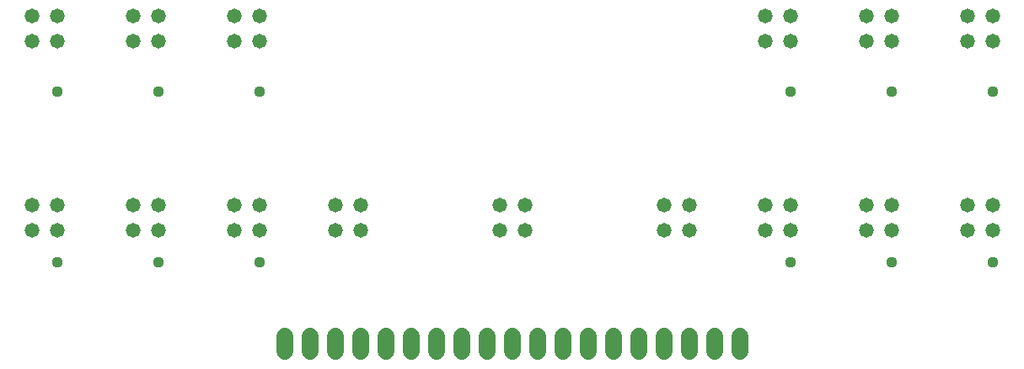
<source format=gbr>
G04 EAGLE Gerber RS-274X export*
G75*
%MOMM*%
%FSLAX34Y34*%
%LPD*%
%INSoldermask Bottom*%
%IPPOS*%
%AMOC8*
5,1,8,0,0,1.08239X$1,22.5*%
G01*
%ADD10C,1.473200*%
%ADD11C,1.727200*%
%ADD12C,1.109600*%


D10*
X38100Y336550D03*
X63500Y336550D03*
X63500Y361950D03*
X38100Y361950D03*
X38100Y146050D03*
X63500Y146050D03*
X63500Y171450D03*
X38100Y171450D03*
X139700Y336550D03*
X165100Y336550D03*
X165100Y361950D03*
X139700Y361950D03*
X139700Y146050D03*
X165100Y146050D03*
X165100Y171450D03*
X139700Y171450D03*
X241300Y336550D03*
X266700Y336550D03*
X266700Y361950D03*
X241300Y361950D03*
X241300Y146050D03*
X266700Y146050D03*
X266700Y171450D03*
X241300Y171450D03*
X342900Y146050D03*
X368300Y146050D03*
X368300Y171450D03*
X342900Y171450D03*
X508000Y146050D03*
X533400Y146050D03*
X533400Y171450D03*
X508000Y171450D03*
X673100Y146050D03*
X698500Y146050D03*
X698500Y171450D03*
X673100Y171450D03*
X774700Y146050D03*
X800100Y146050D03*
X800100Y171450D03*
X774700Y171450D03*
X774700Y336550D03*
X800100Y336550D03*
X800100Y361950D03*
X774700Y361950D03*
X876300Y146050D03*
X901700Y146050D03*
X901700Y171450D03*
X876300Y171450D03*
X876300Y336550D03*
X901700Y336550D03*
X901700Y361950D03*
X876300Y361950D03*
X977900Y146050D03*
X1003300Y146050D03*
X1003300Y171450D03*
X977900Y171450D03*
X977900Y336550D03*
X1003300Y336550D03*
X1003300Y361950D03*
X977900Y361950D03*
D11*
X292100Y39370D02*
X292100Y24130D01*
X317500Y24130D02*
X317500Y39370D01*
X342900Y39370D02*
X342900Y24130D01*
X368300Y24130D02*
X368300Y39370D01*
X393700Y39370D02*
X393700Y24130D01*
X419100Y24130D02*
X419100Y39370D01*
X444500Y39370D02*
X444500Y24130D01*
X469900Y24130D02*
X469900Y39370D01*
X495300Y39370D02*
X495300Y24130D01*
X520700Y24130D02*
X520700Y39370D01*
X546100Y39370D02*
X546100Y24130D01*
X571500Y24130D02*
X571500Y39370D01*
X596900Y39370D02*
X596900Y24130D01*
X622300Y24130D02*
X622300Y39370D01*
X647700Y39370D02*
X647700Y24130D01*
X673100Y24130D02*
X673100Y39370D01*
X698500Y39370D02*
X698500Y24130D01*
X723900Y24130D02*
X723900Y39370D01*
X749300Y39370D02*
X749300Y24130D01*
D12*
X63500Y285750D03*
X63500Y114300D03*
X165100Y285750D03*
X165100Y114300D03*
X266700Y114300D03*
X800100Y114300D03*
X800100Y285750D03*
X266700Y285750D03*
X901700Y114300D03*
X901700Y285750D03*
X1003300Y114300D03*
X1003300Y285750D03*
M02*

</source>
